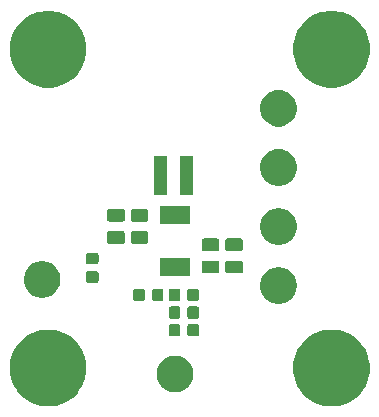
<source format=gbr>
G04 #@! TF.GenerationSoftware,KiCad,Pcbnew,5.0.1*
G04 #@! TF.CreationDate,2019-02-25T23:01:50+01:00*
G04 #@! TF.ProjectId,MCP1642 Eval Board,4D435031363432204576616C20426F61,rev?*
G04 #@! TF.SameCoordinates,Original*
G04 #@! TF.FileFunction,Soldermask,Top*
G04 #@! TF.FilePolarity,Negative*
%FSLAX46Y46*%
G04 Gerber Fmt 4.6, Leading zero omitted, Abs format (unit mm)*
G04 Created by KiCad (PCBNEW 5.0.1) date Mon 25 Feb 2019 11:01:50 PM CET*
%MOMM*%
%LPD*%
G01*
G04 APERTURE LIST*
%ADD10C,0.100000*%
G04 APERTURE END LIST*
D10*
G36*
X154134239Y-101311467D02*
X154448282Y-101373934D01*
X155039926Y-101619001D01*
X155349721Y-101826000D01*
X155572395Y-101974786D01*
X156025214Y-102427605D01*
X156025216Y-102427608D01*
X156380999Y-102960074D01*
X156626066Y-103551718D01*
X156626066Y-103551719D01*
X156717482Y-104011295D01*
X156751000Y-104179804D01*
X156751000Y-104820196D01*
X156626066Y-105448282D01*
X156380999Y-106039926D01*
X156157457Y-106374479D01*
X156025214Y-106572395D01*
X155572395Y-107025214D01*
X155572392Y-107025216D01*
X155039926Y-107380999D01*
X154448282Y-107626066D01*
X154134239Y-107688533D01*
X153820197Y-107751000D01*
X153179803Y-107751000D01*
X152865761Y-107688533D01*
X152551718Y-107626066D01*
X151960074Y-107380999D01*
X151427608Y-107025216D01*
X151427605Y-107025214D01*
X150974786Y-106572395D01*
X150842543Y-106374479D01*
X150619001Y-106039926D01*
X150373934Y-105448282D01*
X150249000Y-104820196D01*
X150249000Y-104179804D01*
X150282519Y-104011295D01*
X150373934Y-103551719D01*
X150373934Y-103551718D01*
X150619001Y-102960074D01*
X150974784Y-102427608D01*
X150974786Y-102427605D01*
X151427605Y-101974786D01*
X151650279Y-101826000D01*
X151960074Y-101619001D01*
X152551718Y-101373934D01*
X152865761Y-101311467D01*
X153179803Y-101249000D01*
X153820197Y-101249000D01*
X154134239Y-101311467D01*
X154134239Y-101311467D01*
G37*
G36*
X130134239Y-101311467D02*
X130448282Y-101373934D01*
X131039926Y-101619001D01*
X131349721Y-101826000D01*
X131572395Y-101974786D01*
X132025214Y-102427605D01*
X132025216Y-102427608D01*
X132380999Y-102960074D01*
X132626066Y-103551718D01*
X132626066Y-103551719D01*
X132717482Y-104011295D01*
X132751000Y-104179804D01*
X132751000Y-104820196D01*
X132626066Y-105448282D01*
X132380999Y-106039926D01*
X132157457Y-106374479D01*
X132025214Y-106572395D01*
X131572395Y-107025214D01*
X131572392Y-107025216D01*
X131039926Y-107380999D01*
X130448282Y-107626066D01*
X130134239Y-107688533D01*
X129820197Y-107751000D01*
X129179803Y-107751000D01*
X128865761Y-107688533D01*
X128551718Y-107626066D01*
X127960074Y-107380999D01*
X127427608Y-107025216D01*
X127427605Y-107025214D01*
X126974786Y-106572395D01*
X126842543Y-106374479D01*
X126619001Y-106039926D01*
X126373934Y-105448282D01*
X126249000Y-104820196D01*
X126249000Y-104179804D01*
X126282519Y-104011295D01*
X126373934Y-103551719D01*
X126373934Y-103551718D01*
X126619001Y-102960074D01*
X126974784Y-102427608D01*
X126974786Y-102427605D01*
X127427605Y-101974786D01*
X127650279Y-101826000D01*
X127960074Y-101619001D01*
X128551718Y-101373934D01*
X128865761Y-101311467D01*
X129179803Y-101249000D01*
X129820197Y-101249000D01*
X130134239Y-101311467D01*
X130134239Y-101311467D01*
G37*
G36*
X140602527Y-103488736D02*
X140702410Y-103508604D01*
X140984674Y-103625521D01*
X141238705Y-103795259D01*
X141454741Y-104011295D01*
X141624479Y-104265326D01*
X141741396Y-104547590D01*
X141801000Y-104847240D01*
X141801000Y-105152760D01*
X141741396Y-105452410D01*
X141624479Y-105734674D01*
X141454741Y-105988705D01*
X141238705Y-106204741D01*
X140984674Y-106374479D01*
X140702410Y-106491396D01*
X140602527Y-106511264D01*
X140402762Y-106551000D01*
X140097238Y-106551000D01*
X139897473Y-106511264D01*
X139797590Y-106491396D01*
X139515326Y-106374479D01*
X139261295Y-106204741D01*
X139045259Y-105988705D01*
X138875521Y-105734674D01*
X138758604Y-105452410D01*
X138699000Y-105152760D01*
X138699000Y-104847240D01*
X138758604Y-104547590D01*
X138875521Y-104265326D01*
X139045259Y-104011295D01*
X139261295Y-103795259D01*
X139515326Y-103625521D01*
X139797590Y-103508604D01*
X139897473Y-103488736D01*
X140097238Y-103449000D01*
X140402762Y-103449000D01*
X140602527Y-103488736D01*
X140602527Y-103488736D01*
G37*
G36*
X142129591Y-100778085D02*
X142163569Y-100788393D01*
X142194887Y-100805133D01*
X142222339Y-100827661D01*
X142244867Y-100855113D01*
X142261607Y-100886431D01*
X142271915Y-100920409D01*
X142276000Y-100961890D01*
X142276000Y-101638110D01*
X142271915Y-101679591D01*
X142261607Y-101713569D01*
X142244867Y-101744887D01*
X142222339Y-101772339D01*
X142194887Y-101794867D01*
X142163569Y-101811607D01*
X142129591Y-101821915D01*
X142088110Y-101826000D01*
X141486890Y-101826000D01*
X141445409Y-101821915D01*
X141411431Y-101811607D01*
X141380113Y-101794867D01*
X141352661Y-101772339D01*
X141330133Y-101744887D01*
X141313393Y-101713569D01*
X141303085Y-101679591D01*
X141299000Y-101638110D01*
X141299000Y-100961890D01*
X141303085Y-100920409D01*
X141313393Y-100886431D01*
X141330133Y-100855113D01*
X141352661Y-100827661D01*
X141380113Y-100805133D01*
X141411431Y-100788393D01*
X141445409Y-100778085D01*
X141486890Y-100774000D01*
X142088110Y-100774000D01*
X142129591Y-100778085D01*
X142129591Y-100778085D01*
G37*
G36*
X140554591Y-100778085D02*
X140588569Y-100788393D01*
X140619887Y-100805133D01*
X140647339Y-100827661D01*
X140669867Y-100855113D01*
X140686607Y-100886431D01*
X140696915Y-100920409D01*
X140701000Y-100961890D01*
X140701000Y-101638110D01*
X140696915Y-101679591D01*
X140686607Y-101713569D01*
X140669867Y-101744887D01*
X140647339Y-101772339D01*
X140619887Y-101794867D01*
X140588569Y-101811607D01*
X140554591Y-101821915D01*
X140513110Y-101826000D01*
X139911890Y-101826000D01*
X139870409Y-101821915D01*
X139836431Y-101811607D01*
X139805113Y-101794867D01*
X139777661Y-101772339D01*
X139755133Y-101744887D01*
X139738393Y-101713569D01*
X139728085Y-101679591D01*
X139724000Y-101638110D01*
X139724000Y-100961890D01*
X139728085Y-100920409D01*
X139738393Y-100886431D01*
X139755133Y-100855113D01*
X139777661Y-100827661D01*
X139805113Y-100805133D01*
X139836431Y-100788393D01*
X139870409Y-100778085D01*
X139911890Y-100774000D01*
X140513110Y-100774000D01*
X140554591Y-100778085D01*
X140554591Y-100778085D01*
G37*
G36*
X142129591Y-99278085D02*
X142163569Y-99288393D01*
X142194887Y-99305133D01*
X142222339Y-99327661D01*
X142244867Y-99355113D01*
X142261607Y-99386431D01*
X142271915Y-99420409D01*
X142276000Y-99461890D01*
X142276000Y-100138110D01*
X142271915Y-100179591D01*
X142261607Y-100213569D01*
X142244867Y-100244887D01*
X142222339Y-100272339D01*
X142194887Y-100294867D01*
X142163569Y-100311607D01*
X142129591Y-100321915D01*
X142088110Y-100326000D01*
X141486890Y-100326000D01*
X141445409Y-100321915D01*
X141411431Y-100311607D01*
X141380113Y-100294867D01*
X141352661Y-100272339D01*
X141330133Y-100244887D01*
X141313393Y-100213569D01*
X141303085Y-100179591D01*
X141299000Y-100138110D01*
X141299000Y-99461890D01*
X141303085Y-99420409D01*
X141313393Y-99386431D01*
X141330133Y-99355113D01*
X141352661Y-99327661D01*
X141380113Y-99305133D01*
X141411431Y-99288393D01*
X141445409Y-99278085D01*
X141486890Y-99274000D01*
X142088110Y-99274000D01*
X142129591Y-99278085D01*
X142129591Y-99278085D01*
G37*
G36*
X140554591Y-99278085D02*
X140588569Y-99288393D01*
X140619887Y-99305133D01*
X140647339Y-99327661D01*
X140669867Y-99355113D01*
X140686607Y-99386431D01*
X140696915Y-99420409D01*
X140701000Y-99461890D01*
X140701000Y-100138110D01*
X140696915Y-100179591D01*
X140686607Y-100213569D01*
X140669867Y-100244887D01*
X140647339Y-100272339D01*
X140619887Y-100294867D01*
X140588569Y-100311607D01*
X140554591Y-100321915D01*
X140513110Y-100326000D01*
X139911890Y-100326000D01*
X139870409Y-100321915D01*
X139836431Y-100311607D01*
X139805113Y-100294867D01*
X139777661Y-100272339D01*
X139755133Y-100244887D01*
X139738393Y-100213569D01*
X139728085Y-100179591D01*
X139724000Y-100138110D01*
X139724000Y-99461890D01*
X139728085Y-99420409D01*
X139738393Y-99386431D01*
X139755133Y-99355113D01*
X139777661Y-99327661D01*
X139805113Y-99305133D01*
X139836431Y-99288393D01*
X139870409Y-99278085D01*
X139911890Y-99274000D01*
X140513110Y-99274000D01*
X140554591Y-99278085D01*
X140554591Y-99278085D01*
G37*
G36*
X149352527Y-95988736D02*
X149452410Y-96008604D01*
X149734674Y-96125521D01*
X149988705Y-96295259D01*
X150204741Y-96511295D01*
X150374479Y-96765326D01*
X150491396Y-97047590D01*
X150507707Y-97129591D01*
X150551000Y-97347238D01*
X150551000Y-97652762D01*
X150524021Y-97788393D01*
X150491396Y-97952410D01*
X150374479Y-98234674D01*
X150204741Y-98488705D01*
X149988705Y-98704741D01*
X149734674Y-98874479D01*
X149452410Y-98991396D01*
X149352527Y-99011264D01*
X149152762Y-99051000D01*
X148847238Y-99051000D01*
X148647473Y-99011264D01*
X148547590Y-98991396D01*
X148265326Y-98874479D01*
X148011295Y-98704741D01*
X147795259Y-98488705D01*
X147625521Y-98234674D01*
X147508604Y-97952410D01*
X147475979Y-97788393D01*
X147449000Y-97652762D01*
X147449000Y-97347238D01*
X147492293Y-97129591D01*
X147508604Y-97047590D01*
X147625521Y-96765326D01*
X147795259Y-96511295D01*
X148011295Y-96295259D01*
X148265326Y-96125521D01*
X148547590Y-96008604D01*
X148647473Y-95988736D01*
X148847238Y-95949000D01*
X149152762Y-95949000D01*
X149352527Y-95988736D01*
X149352527Y-95988736D01*
G37*
G36*
X140554591Y-97778085D02*
X140588569Y-97788393D01*
X140619887Y-97805133D01*
X140647339Y-97827661D01*
X140669867Y-97855113D01*
X140686607Y-97886431D01*
X140696915Y-97920409D01*
X140701000Y-97961890D01*
X140701000Y-98638110D01*
X140696915Y-98679591D01*
X140686607Y-98713569D01*
X140669867Y-98744887D01*
X140647339Y-98772339D01*
X140619887Y-98794867D01*
X140588569Y-98811607D01*
X140554591Y-98821915D01*
X140513110Y-98826000D01*
X139911890Y-98826000D01*
X139870409Y-98821915D01*
X139836431Y-98811607D01*
X139805113Y-98794867D01*
X139777661Y-98772339D01*
X139755133Y-98744887D01*
X139738393Y-98713569D01*
X139728085Y-98679591D01*
X139724000Y-98638110D01*
X139724000Y-97961890D01*
X139728085Y-97920409D01*
X139738393Y-97886431D01*
X139755133Y-97855113D01*
X139777661Y-97827661D01*
X139805113Y-97805133D01*
X139836431Y-97788393D01*
X139870409Y-97778085D01*
X139911890Y-97774000D01*
X140513110Y-97774000D01*
X140554591Y-97778085D01*
X140554591Y-97778085D01*
G37*
G36*
X142129591Y-97778085D02*
X142163569Y-97788393D01*
X142194887Y-97805133D01*
X142222339Y-97827661D01*
X142244867Y-97855113D01*
X142261607Y-97886431D01*
X142271915Y-97920409D01*
X142276000Y-97961890D01*
X142276000Y-98638110D01*
X142271915Y-98679591D01*
X142261607Y-98713569D01*
X142244867Y-98744887D01*
X142222339Y-98772339D01*
X142194887Y-98794867D01*
X142163569Y-98811607D01*
X142129591Y-98821915D01*
X142088110Y-98826000D01*
X141486890Y-98826000D01*
X141445409Y-98821915D01*
X141411431Y-98811607D01*
X141380113Y-98794867D01*
X141352661Y-98772339D01*
X141330133Y-98744887D01*
X141313393Y-98713569D01*
X141303085Y-98679591D01*
X141299000Y-98638110D01*
X141299000Y-97961890D01*
X141303085Y-97920409D01*
X141313393Y-97886431D01*
X141330133Y-97855113D01*
X141352661Y-97827661D01*
X141380113Y-97805133D01*
X141411431Y-97788393D01*
X141445409Y-97778085D01*
X141486890Y-97774000D01*
X142088110Y-97774000D01*
X142129591Y-97778085D01*
X142129591Y-97778085D01*
G37*
G36*
X139129591Y-97778085D02*
X139163569Y-97788393D01*
X139194887Y-97805133D01*
X139222339Y-97827661D01*
X139244867Y-97855113D01*
X139261607Y-97886431D01*
X139271915Y-97920409D01*
X139276000Y-97961890D01*
X139276000Y-98638110D01*
X139271915Y-98679591D01*
X139261607Y-98713569D01*
X139244867Y-98744887D01*
X139222339Y-98772339D01*
X139194887Y-98794867D01*
X139163569Y-98811607D01*
X139129591Y-98821915D01*
X139088110Y-98826000D01*
X138486890Y-98826000D01*
X138445409Y-98821915D01*
X138411431Y-98811607D01*
X138380113Y-98794867D01*
X138352661Y-98772339D01*
X138330133Y-98744887D01*
X138313393Y-98713569D01*
X138303085Y-98679591D01*
X138299000Y-98638110D01*
X138299000Y-97961890D01*
X138303085Y-97920409D01*
X138313393Y-97886431D01*
X138330133Y-97855113D01*
X138352661Y-97827661D01*
X138380113Y-97805133D01*
X138411431Y-97788393D01*
X138445409Y-97778085D01*
X138486890Y-97774000D01*
X139088110Y-97774000D01*
X139129591Y-97778085D01*
X139129591Y-97778085D01*
G37*
G36*
X137554591Y-97778085D02*
X137588569Y-97788393D01*
X137619887Y-97805133D01*
X137647339Y-97827661D01*
X137669867Y-97855113D01*
X137686607Y-97886431D01*
X137696915Y-97920409D01*
X137701000Y-97961890D01*
X137701000Y-98638110D01*
X137696915Y-98679591D01*
X137686607Y-98713569D01*
X137669867Y-98744887D01*
X137647339Y-98772339D01*
X137619887Y-98794867D01*
X137588569Y-98811607D01*
X137554591Y-98821915D01*
X137513110Y-98826000D01*
X136911890Y-98826000D01*
X136870409Y-98821915D01*
X136836431Y-98811607D01*
X136805113Y-98794867D01*
X136777661Y-98772339D01*
X136755133Y-98744887D01*
X136738393Y-98713569D01*
X136728085Y-98679591D01*
X136724000Y-98638110D01*
X136724000Y-97961890D01*
X136728085Y-97920409D01*
X136738393Y-97886431D01*
X136755133Y-97855113D01*
X136777661Y-97827661D01*
X136805113Y-97805133D01*
X136836431Y-97788393D01*
X136870409Y-97778085D01*
X136911890Y-97774000D01*
X137513110Y-97774000D01*
X137554591Y-97778085D01*
X137554591Y-97778085D01*
G37*
G36*
X129352527Y-95488736D02*
X129452410Y-95508604D01*
X129734674Y-95625521D01*
X129988705Y-95795259D01*
X130204741Y-96011295D01*
X130374479Y-96265326D01*
X130476361Y-96511293D01*
X130491396Y-96547591D01*
X130551000Y-96847238D01*
X130551000Y-97152762D01*
X130540716Y-97204461D01*
X130491396Y-97452410D01*
X130374479Y-97734674D01*
X130204741Y-97988705D01*
X129988705Y-98204741D01*
X129734674Y-98374479D01*
X129452410Y-98491396D01*
X129352527Y-98511264D01*
X129152762Y-98551000D01*
X128847238Y-98551000D01*
X128647473Y-98511264D01*
X128547590Y-98491396D01*
X128265326Y-98374479D01*
X128011295Y-98204741D01*
X127795259Y-97988705D01*
X127625521Y-97734674D01*
X127508604Y-97452410D01*
X127459284Y-97204461D01*
X127449000Y-97152762D01*
X127449000Y-96847238D01*
X127508604Y-96547591D01*
X127523639Y-96511293D01*
X127625521Y-96265326D01*
X127795259Y-96011295D01*
X128011295Y-95795259D01*
X128265326Y-95625521D01*
X128547590Y-95508604D01*
X128647473Y-95488736D01*
X128847238Y-95449000D01*
X129152762Y-95449000D01*
X129352527Y-95488736D01*
X129352527Y-95488736D01*
G37*
G36*
X133629591Y-96303085D02*
X133663569Y-96313393D01*
X133694887Y-96330133D01*
X133722339Y-96352661D01*
X133744867Y-96380113D01*
X133761607Y-96411431D01*
X133771915Y-96445409D01*
X133776000Y-96486890D01*
X133776000Y-97088110D01*
X133771915Y-97129591D01*
X133761607Y-97163569D01*
X133744867Y-97194887D01*
X133722339Y-97222339D01*
X133694887Y-97244867D01*
X133663569Y-97261607D01*
X133629591Y-97271915D01*
X133588110Y-97276000D01*
X132911890Y-97276000D01*
X132870409Y-97271915D01*
X132836431Y-97261607D01*
X132805113Y-97244867D01*
X132777661Y-97222339D01*
X132755133Y-97194887D01*
X132738393Y-97163569D01*
X132728085Y-97129591D01*
X132724000Y-97088110D01*
X132724000Y-96486890D01*
X132728085Y-96445409D01*
X132738393Y-96411431D01*
X132755133Y-96380113D01*
X132777661Y-96352661D01*
X132805113Y-96330133D01*
X132836431Y-96313393D01*
X132870409Y-96303085D01*
X132911890Y-96299000D01*
X133588110Y-96299000D01*
X133629591Y-96303085D01*
X133629591Y-96303085D01*
G37*
G36*
X141501000Y-96726000D02*
X138999000Y-96726000D01*
X138999000Y-95174000D01*
X141501000Y-95174000D01*
X141501000Y-96726000D01*
X141501000Y-96726000D01*
G37*
G36*
X145834466Y-95403565D02*
X145873137Y-95415296D01*
X145908779Y-95434348D01*
X145940017Y-95459983D01*
X145965652Y-95491221D01*
X145984704Y-95526863D01*
X145996435Y-95565534D01*
X146001000Y-95611888D01*
X146001000Y-96263112D01*
X145996435Y-96309466D01*
X145984704Y-96348137D01*
X145965652Y-96383779D01*
X145940017Y-96415017D01*
X145908779Y-96440652D01*
X145873137Y-96459704D01*
X145834466Y-96471435D01*
X145788112Y-96476000D01*
X144711888Y-96476000D01*
X144665534Y-96471435D01*
X144626863Y-96459704D01*
X144591221Y-96440652D01*
X144559983Y-96415017D01*
X144534348Y-96383779D01*
X144515296Y-96348137D01*
X144503565Y-96309466D01*
X144499000Y-96263112D01*
X144499000Y-95611888D01*
X144503565Y-95565534D01*
X144515296Y-95526863D01*
X144534348Y-95491221D01*
X144559983Y-95459983D01*
X144591221Y-95434348D01*
X144626863Y-95415296D01*
X144665534Y-95403565D01*
X144711888Y-95399000D01*
X145788112Y-95399000D01*
X145834466Y-95403565D01*
X145834466Y-95403565D01*
G37*
G36*
X143834466Y-95403565D02*
X143873137Y-95415296D01*
X143908779Y-95434348D01*
X143940017Y-95459983D01*
X143965652Y-95491221D01*
X143984704Y-95526863D01*
X143996435Y-95565534D01*
X144001000Y-95611888D01*
X144001000Y-96263112D01*
X143996435Y-96309466D01*
X143984704Y-96348137D01*
X143965652Y-96383779D01*
X143940017Y-96415017D01*
X143908779Y-96440652D01*
X143873137Y-96459704D01*
X143834466Y-96471435D01*
X143788112Y-96476000D01*
X142711888Y-96476000D01*
X142665534Y-96471435D01*
X142626863Y-96459704D01*
X142591221Y-96440652D01*
X142559983Y-96415017D01*
X142534348Y-96383779D01*
X142515296Y-96348137D01*
X142503565Y-96309466D01*
X142499000Y-96263112D01*
X142499000Y-95611888D01*
X142503565Y-95565534D01*
X142515296Y-95526863D01*
X142534348Y-95491221D01*
X142559983Y-95459983D01*
X142591221Y-95434348D01*
X142626863Y-95415296D01*
X142665534Y-95403565D01*
X142711888Y-95399000D01*
X143788112Y-95399000D01*
X143834466Y-95403565D01*
X143834466Y-95403565D01*
G37*
G36*
X133629591Y-94728085D02*
X133663569Y-94738393D01*
X133694887Y-94755133D01*
X133722339Y-94777661D01*
X133744867Y-94805113D01*
X133761607Y-94836431D01*
X133771915Y-94870409D01*
X133776000Y-94911890D01*
X133776000Y-95513110D01*
X133771915Y-95554591D01*
X133761607Y-95588569D01*
X133744867Y-95619887D01*
X133722339Y-95647339D01*
X133694887Y-95669867D01*
X133663569Y-95686607D01*
X133629591Y-95696915D01*
X133588110Y-95701000D01*
X132911890Y-95701000D01*
X132870409Y-95696915D01*
X132836431Y-95686607D01*
X132805113Y-95669867D01*
X132777661Y-95647339D01*
X132755133Y-95619887D01*
X132738393Y-95588569D01*
X132728085Y-95554591D01*
X132724000Y-95513110D01*
X132724000Y-94911890D01*
X132728085Y-94870409D01*
X132738393Y-94836431D01*
X132755133Y-94805113D01*
X132777661Y-94777661D01*
X132805113Y-94755133D01*
X132836431Y-94738393D01*
X132870409Y-94728085D01*
X132911890Y-94724000D01*
X133588110Y-94724000D01*
X133629591Y-94728085D01*
X133629591Y-94728085D01*
G37*
G36*
X145834466Y-93528565D02*
X145873137Y-93540296D01*
X145908779Y-93559348D01*
X145940017Y-93584983D01*
X145965652Y-93616221D01*
X145984704Y-93651863D01*
X145996435Y-93690534D01*
X146001000Y-93736888D01*
X146001000Y-94388112D01*
X145996435Y-94434466D01*
X145984704Y-94473137D01*
X145965652Y-94508779D01*
X145940017Y-94540017D01*
X145908779Y-94565652D01*
X145873137Y-94584704D01*
X145834466Y-94596435D01*
X145788112Y-94601000D01*
X144711888Y-94601000D01*
X144665534Y-94596435D01*
X144626863Y-94584704D01*
X144591221Y-94565652D01*
X144559983Y-94540017D01*
X144534348Y-94508779D01*
X144515296Y-94473137D01*
X144503565Y-94434466D01*
X144499000Y-94388112D01*
X144499000Y-93736888D01*
X144503565Y-93690534D01*
X144515296Y-93651863D01*
X144534348Y-93616221D01*
X144559983Y-93584983D01*
X144591221Y-93559348D01*
X144626863Y-93540296D01*
X144665534Y-93528565D01*
X144711888Y-93524000D01*
X145788112Y-93524000D01*
X145834466Y-93528565D01*
X145834466Y-93528565D01*
G37*
G36*
X143834466Y-93528565D02*
X143873137Y-93540296D01*
X143908779Y-93559348D01*
X143940017Y-93584983D01*
X143965652Y-93616221D01*
X143984704Y-93651863D01*
X143996435Y-93690534D01*
X144001000Y-93736888D01*
X144001000Y-94388112D01*
X143996435Y-94434466D01*
X143984704Y-94473137D01*
X143965652Y-94508779D01*
X143940017Y-94540017D01*
X143908779Y-94565652D01*
X143873137Y-94584704D01*
X143834466Y-94596435D01*
X143788112Y-94601000D01*
X142711888Y-94601000D01*
X142665534Y-94596435D01*
X142626863Y-94584704D01*
X142591221Y-94565652D01*
X142559983Y-94540017D01*
X142534348Y-94508779D01*
X142515296Y-94473137D01*
X142503565Y-94434466D01*
X142499000Y-94388112D01*
X142499000Y-93736888D01*
X142503565Y-93690534D01*
X142515296Y-93651863D01*
X142534348Y-93616221D01*
X142559983Y-93584983D01*
X142591221Y-93559348D01*
X142626863Y-93540296D01*
X142665534Y-93528565D01*
X142711888Y-93524000D01*
X143788112Y-93524000D01*
X143834466Y-93528565D01*
X143834466Y-93528565D01*
G37*
G36*
X149352527Y-90988736D02*
X149452410Y-91008604D01*
X149734674Y-91125521D01*
X149988705Y-91295259D01*
X150204741Y-91511295D01*
X150374479Y-91765326D01*
X150491396Y-92047590D01*
X150551000Y-92347240D01*
X150551000Y-92652760D01*
X150491396Y-92952410D01*
X150374479Y-93234674D01*
X150204741Y-93488705D01*
X149988705Y-93704741D01*
X149734674Y-93874479D01*
X149452410Y-93991396D01*
X149352527Y-94011264D01*
X149152762Y-94051000D01*
X148847238Y-94051000D01*
X148647473Y-94011264D01*
X148547590Y-93991396D01*
X148265326Y-93874479D01*
X148011295Y-93704741D01*
X147795259Y-93488705D01*
X147625521Y-93234674D01*
X147508604Y-92952410D01*
X147449000Y-92652760D01*
X147449000Y-92347240D01*
X147508604Y-92047590D01*
X147625521Y-91765326D01*
X147795259Y-91511295D01*
X148011295Y-91295259D01*
X148265326Y-91125521D01*
X148547590Y-91008604D01*
X148647473Y-90988736D01*
X148847238Y-90949000D01*
X149152762Y-90949000D01*
X149352527Y-90988736D01*
X149352527Y-90988736D01*
G37*
G36*
X135834466Y-92903565D02*
X135873137Y-92915296D01*
X135908779Y-92934348D01*
X135940017Y-92959983D01*
X135965652Y-92991221D01*
X135984704Y-93026863D01*
X135996435Y-93065534D01*
X136001000Y-93111888D01*
X136001000Y-93763112D01*
X135996435Y-93809466D01*
X135984704Y-93848137D01*
X135965652Y-93883779D01*
X135940017Y-93915017D01*
X135908779Y-93940652D01*
X135873137Y-93959704D01*
X135834466Y-93971435D01*
X135788112Y-93976000D01*
X134711888Y-93976000D01*
X134665534Y-93971435D01*
X134626863Y-93959704D01*
X134591221Y-93940652D01*
X134559983Y-93915017D01*
X134534348Y-93883779D01*
X134515296Y-93848137D01*
X134503565Y-93809466D01*
X134499000Y-93763112D01*
X134499000Y-93111888D01*
X134503565Y-93065534D01*
X134515296Y-93026863D01*
X134534348Y-92991221D01*
X134559983Y-92959983D01*
X134591221Y-92934348D01*
X134626863Y-92915296D01*
X134665534Y-92903565D01*
X134711888Y-92899000D01*
X135788112Y-92899000D01*
X135834466Y-92903565D01*
X135834466Y-92903565D01*
G37*
G36*
X137834466Y-92903565D02*
X137873137Y-92915296D01*
X137908779Y-92934348D01*
X137940017Y-92959983D01*
X137965652Y-92991221D01*
X137984704Y-93026863D01*
X137996435Y-93065534D01*
X138001000Y-93111888D01*
X138001000Y-93763112D01*
X137996435Y-93809466D01*
X137984704Y-93848137D01*
X137965652Y-93883779D01*
X137940017Y-93915017D01*
X137908779Y-93940652D01*
X137873137Y-93959704D01*
X137834466Y-93971435D01*
X137788112Y-93976000D01*
X136711888Y-93976000D01*
X136665534Y-93971435D01*
X136626863Y-93959704D01*
X136591221Y-93940652D01*
X136559983Y-93915017D01*
X136534348Y-93883779D01*
X136515296Y-93848137D01*
X136503565Y-93809466D01*
X136499000Y-93763112D01*
X136499000Y-93111888D01*
X136503565Y-93065534D01*
X136515296Y-93026863D01*
X136534348Y-92991221D01*
X136559983Y-92959983D01*
X136591221Y-92934348D01*
X136626863Y-92915296D01*
X136665534Y-92903565D01*
X136711888Y-92899000D01*
X137788112Y-92899000D01*
X137834466Y-92903565D01*
X137834466Y-92903565D01*
G37*
G36*
X141501000Y-92326000D02*
X138999000Y-92326000D01*
X138999000Y-90774000D01*
X141501000Y-90774000D01*
X141501000Y-92326000D01*
X141501000Y-92326000D01*
G37*
G36*
X137834466Y-91028565D02*
X137873137Y-91040296D01*
X137908779Y-91059348D01*
X137940017Y-91084983D01*
X137965652Y-91116221D01*
X137984704Y-91151863D01*
X137996435Y-91190534D01*
X138001000Y-91236888D01*
X138001000Y-91888112D01*
X137996435Y-91934466D01*
X137984704Y-91973137D01*
X137965652Y-92008779D01*
X137940017Y-92040017D01*
X137908779Y-92065652D01*
X137873137Y-92084704D01*
X137834466Y-92096435D01*
X137788112Y-92101000D01*
X136711888Y-92101000D01*
X136665534Y-92096435D01*
X136626863Y-92084704D01*
X136591221Y-92065652D01*
X136559983Y-92040017D01*
X136534348Y-92008779D01*
X136515296Y-91973137D01*
X136503565Y-91934466D01*
X136499000Y-91888112D01*
X136499000Y-91236888D01*
X136503565Y-91190534D01*
X136515296Y-91151863D01*
X136534348Y-91116221D01*
X136559983Y-91084983D01*
X136591221Y-91059348D01*
X136626863Y-91040296D01*
X136665534Y-91028565D01*
X136711888Y-91024000D01*
X137788112Y-91024000D01*
X137834466Y-91028565D01*
X137834466Y-91028565D01*
G37*
G36*
X135834466Y-91028565D02*
X135873137Y-91040296D01*
X135908779Y-91059348D01*
X135940017Y-91084983D01*
X135965652Y-91116221D01*
X135984704Y-91151863D01*
X135996435Y-91190534D01*
X136001000Y-91236888D01*
X136001000Y-91888112D01*
X135996435Y-91934466D01*
X135984704Y-91973137D01*
X135965652Y-92008779D01*
X135940017Y-92040017D01*
X135908779Y-92065652D01*
X135873137Y-92084704D01*
X135834466Y-92096435D01*
X135788112Y-92101000D01*
X134711888Y-92101000D01*
X134665534Y-92096435D01*
X134626863Y-92084704D01*
X134591221Y-92065652D01*
X134559983Y-92040017D01*
X134534348Y-92008779D01*
X134515296Y-91973137D01*
X134503565Y-91934466D01*
X134499000Y-91888112D01*
X134499000Y-91236888D01*
X134503565Y-91190534D01*
X134515296Y-91151863D01*
X134534348Y-91116221D01*
X134559983Y-91084983D01*
X134591221Y-91059348D01*
X134626863Y-91040296D01*
X134665534Y-91028565D01*
X134711888Y-91024000D01*
X135788112Y-91024000D01*
X135834466Y-91028565D01*
X135834466Y-91028565D01*
G37*
G36*
X141751000Y-89851000D02*
X140649000Y-89851000D01*
X140649000Y-86549000D01*
X141751000Y-86549000D01*
X141751000Y-89851000D01*
X141751000Y-89851000D01*
G37*
G36*
X139551000Y-89851000D02*
X138449000Y-89851000D01*
X138449000Y-86549000D01*
X139551000Y-86549000D01*
X139551000Y-89851000D01*
X139551000Y-89851000D01*
G37*
G36*
X149352527Y-85988736D02*
X149452410Y-86008604D01*
X149734674Y-86125521D01*
X149988705Y-86295259D01*
X150204741Y-86511295D01*
X150374479Y-86765326D01*
X150491396Y-87047590D01*
X150551000Y-87347240D01*
X150551000Y-87652760D01*
X150491396Y-87952410D01*
X150374479Y-88234674D01*
X150204741Y-88488705D01*
X149988705Y-88704741D01*
X149734674Y-88874479D01*
X149452410Y-88991396D01*
X149352527Y-89011264D01*
X149152762Y-89051000D01*
X148847238Y-89051000D01*
X148647473Y-89011264D01*
X148547590Y-88991396D01*
X148265326Y-88874479D01*
X148011295Y-88704741D01*
X147795259Y-88488705D01*
X147625521Y-88234674D01*
X147508604Y-87952410D01*
X147449000Y-87652760D01*
X147449000Y-87347240D01*
X147508604Y-87047590D01*
X147625521Y-86765326D01*
X147795259Y-86511295D01*
X148011295Y-86295259D01*
X148265326Y-86125521D01*
X148547590Y-86008604D01*
X148647473Y-85988736D01*
X148847238Y-85949000D01*
X149152762Y-85949000D01*
X149352527Y-85988736D01*
X149352527Y-85988736D01*
G37*
G36*
X149352527Y-80988736D02*
X149452410Y-81008604D01*
X149734674Y-81125521D01*
X149988705Y-81295259D01*
X150204741Y-81511295D01*
X150374479Y-81765326D01*
X150491396Y-82047590D01*
X150551000Y-82347240D01*
X150551000Y-82652760D01*
X150491396Y-82952410D01*
X150374479Y-83234674D01*
X150204741Y-83488705D01*
X149988705Y-83704741D01*
X149734674Y-83874479D01*
X149452410Y-83991396D01*
X149352527Y-84011264D01*
X149152762Y-84051000D01*
X148847238Y-84051000D01*
X148647473Y-84011264D01*
X148547590Y-83991396D01*
X148265326Y-83874479D01*
X148011295Y-83704741D01*
X147795259Y-83488705D01*
X147625521Y-83234674D01*
X147508604Y-82952410D01*
X147449000Y-82652760D01*
X147449000Y-82347240D01*
X147508604Y-82047590D01*
X147625521Y-81765326D01*
X147795259Y-81511295D01*
X148011295Y-81295259D01*
X148265326Y-81125521D01*
X148547590Y-81008604D01*
X148647473Y-80988736D01*
X148847238Y-80949000D01*
X149152762Y-80949000D01*
X149352527Y-80988736D01*
X149352527Y-80988736D01*
G37*
G36*
X154134239Y-74311467D02*
X154448282Y-74373934D01*
X155039926Y-74619001D01*
X155568802Y-74972385D01*
X155572395Y-74974786D01*
X156025214Y-75427605D01*
X156025216Y-75427608D01*
X156380999Y-75960074D01*
X156626066Y-76551718D01*
X156751000Y-77179804D01*
X156751000Y-77820196D01*
X156626066Y-78448282D01*
X156380999Y-79039926D01*
X156027615Y-79568802D01*
X156025214Y-79572395D01*
X155572395Y-80025214D01*
X155572392Y-80025216D01*
X155039926Y-80380999D01*
X154448282Y-80626066D01*
X154134239Y-80688533D01*
X153820197Y-80751000D01*
X153179803Y-80751000D01*
X152865761Y-80688533D01*
X152551718Y-80626066D01*
X151960074Y-80380999D01*
X151427608Y-80025216D01*
X151427605Y-80025214D01*
X150974786Y-79572395D01*
X150972385Y-79568802D01*
X150619001Y-79039926D01*
X150373934Y-78448282D01*
X150249000Y-77820196D01*
X150249000Y-77179804D01*
X150373934Y-76551718D01*
X150619001Y-75960074D01*
X150974784Y-75427608D01*
X150974786Y-75427605D01*
X151427605Y-74974786D01*
X151431198Y-74972385D01*
X151960074Y-74619001D01*
X152551718Y-74373934D01*
X152865761Y-74311467D01*
X153179803Y-74249000D01*
X153820197Y-74249000D01*
X154134239Y-74311467D01*
X154134239Y-74311467D01*
G37*
G36*
X130134239Y-74311467D02*
X130448282Y-74373934D01*
X131039926Y-74619001D01*
X131568802Y-74972385D01*
X131572395Y-74974786D01*
X132025214Y-75427605D01*
X132025216Y-75427608D01*
X132380999Y-75960074D01*
X132626066Y-76551718D01*
X132751000Y-77179804D01*
X132751000Y-77820196D01*
X132626066Y-78448282D01*
X132380999Y-79039926D01*
X132027615Y-79568802D01*
X132025214Y-79572395D01*
X131572395Y-80025214D01*
X131572392Y-80025216D01*
X131039926Y-80380999D01*
X130448282Y-80626066D01*
X130134239Y-80688533D01*
X129820197Y-80751000D01*
X129179803Y-80751000D01*
X128865761Y-80688533D01*
X128551718Y-80626066D01*
X127960074Y-80380999D01*
X127427608Y-80025216D01*
X127427605Y-80025214D01*
X126974786Y-79572395D01*
X126972385Y-79568802D01*
X126619001Y-79039926D01*
X126373934Y-78448282D01*
X126249000Y-77820196D01*
X126249000Y-77179804D01*
X126373934Y-76551718D01*
X126619001Y-75960074D01*
X126974784Y-75427608D01*
X126974786Y-75427605D01*
X127427605Y-74974786D01*
X127431198Y-74972385D01*
X127960074Y-74619001D01*
X128551718Y-74373934D01*
X128865761Y-74311467D01*
X129179803Y-74249000D01*
X129820197Y-74249000D01*
X130134239Y-74311467D01*
X130134239Y-74311467D01*
G37*
M02*

</source>
